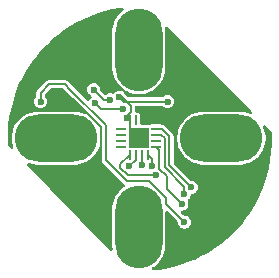
<source format=gbr>
%TF.GenerationSoftware,KiCad,Pcbnew,8.0.7*%
%TF.CreationDate,2025-03-05T23:48:33-06:00*%
%TF.ProjectId,MagEncoder,4d616745-6e63-46f6-9465-722e6b696361,rev?*%
%TF.SameCoordinates,Original*%
%TF.FileFunction,Copper,L1,Top*%
%TF.FilePolarity,Positive*%
%FSLAX46Y46*%
G04 Gerber Fmt 4.6, Leading zero omitted, Abs format (unit mm)*
G04 Created by KiCad (PCBNEW 8.0.7) date 2025-03-05 23:48:33*
%MOMM*%
%LPD*%
G01*
G04 APERTURE LIST*
G04 Aperture macros list*
%AMRoundRect*
0 Rectangle with rounded corners*
0 $1 Rounding radius*
0 $2 $3 $4 $5 $6 $7 $8 $9 X,Y pos of 4 corners*
0 Add a 4 corners polygon primitive as box body*
4,1,4,$2,$3,$4,$5,$6,$7,$8,$9,$2,$3,0*
0 Add four circle primitives for the rounded corners*
1,1,$1+$1,$2,$3*
1,1,$1+$1,$4,$5*
1,1,$1+$1,$6,$7*
1,1,$1+$1,$8,$9*
0 Add four rect primitives between the rounded corners*
20,1,$1+$1,$2,$3,$4,$5,0*
20,1,$1+$1,$4,$5,$6,$7,0*
20,1,$1+$1,$6,$7,$8,$9,0*
20,1,$1+$1,$8,$9,$2,$3,0*%
G04 Aperture macros list end*
%TA.AperFunction,ComponentPad*%
%ADD10O,7.000000X4.000000*%
%TD*%
%TA.AperFunction,ComponentPad*%
%ADD11O,4.000000X7.000000*%
%TD*%
%TA.AperFunction,SMDPad,CuDef*%
%ADD12RoundRect,0.062500X-0.350000X-0.062500X0.350000X-0.062500X0.350000X0.062500X-0.350000X0.062500X0*%
%TD*%
%TA.AperFunction,SMDPad,CuDef*%
%ADD13RoundRect,0.062500X-0.062500X-0.350000X0.062500X-0.350000X0.062500X0.350000X-0.062500X0.350000X0*%
%TD*%
%TA.AperFunction,HeatsinkPad*%
%ADD14R,1.700000X1.700000*%
%TD*%
%TA.AperFunction,ViaPad*%
%ADD15C,0.600000*%
%TD*%
%TA.AperFunction,Conductor*%
%ADD16C,0.200000*%
%TD*%
G04 APERTURE END LIST*
D10*
%TO.P,REF\u002A\u002A,1*%
%TO.N,N/C*%
X153308345Y-96105687D03*
D11*
X146308345Y-88605687D03*
X146308345Y-103605687D03*
D10*
X139308345Y-96105687D03*
%TD*%
D12*
%TO.P,U1,1,NC*%
%TO.N,unconnected-(U1-NC-Pad1)*%
X144845845Y-95305687D03*
%TO.P,U1,2,NC*%
%TO.N,unconnected-(U1-NC-Pad2)*%
X144845845Y-95805687D03*
%TO.P,U1,3,NC*%
%TO.N,unconnected-(U1-NC-Pad3)*%
X144845845Y-96305687D03*
%TO.P,U1,4,NC*%
%TO.N,unconnected-(U1-NC-Pad4)*%
X144845845Y-96805687D03*
D13*
%TO.P,U1,5,PUSH*%
%TO.N,Net-(J2-Pin_1)*%
X145558345Y-97518187D03*
%TO.P,U1,6,A*%
%TO.N,/SDA{slash}DO*%
X146058345Y-97518187D03*
%TO.P,U1,7,B*%
%TO.N,/SCL{slash}CLK*%
X146558345Y-97518187D03*
%TO.P,U1,8,Z*%
%TO.N,/VDD{slash}CSN*%
X147058345Y-97518187D03*
D12*
%TO.P,U1,9,W*%
%TO.N,Net-(J2-Pin_4)*%
X147770845Y-96805687D03*
%TO.P,U1,10,NC*%
%TO.N,unconnected-(U1-NC-Pad10)*%
X147770845Y-96305687D03*
%TO.P,U1,11,U*%
%TO.N,Net-(J2-Pin_3)*%
X147770845Y-95805687D03*
%TO.P,U1,12,V*%
%TO.N,Net-(J2-Pin_2)*%
X147770845Y-95305687D03*
D13*
%TO.P,U1,13,VDD*%
%TO.N,+5V*%
X147058345Y-94593187D03*
%TO.P,U1,14,MODE*%
X146558345Y-94593187D03*
%TO.P,U1,15,OUT*%
%TO.N,unconnected-(U1-OUT-Pad15)*%
X146058345Y-94593187D03*
%TO.P,U1,16,GND*%
%TO.N,GND*%
X145558345Y-94593187D03*
D14*
%TO.P,U1,17,GND*%
X146308345Y-96055687D03*
%TD*%
D15*
%TO.N,+5V*%
X139500000Y-92750000D03*
%TO.N,GND*%
X138000000Y-93000000D03*
X150174086Y-103209619D03*
X144665197Y-92634469D03*
X148750000Y-93000000D03*
%TO.N,Net-(J2-Pin_2)*%
X150750000Y-100250000D03*
%TO.N,Net-(J2-Pin_3)*%
X150148957Y-100851043D03*
%TO.N,Net-(J2-Pin_4)*%
X149958798Y-101679502D03*
%TO.N,/VDD{slash}CSN*%
X142595137Y-93154863D03*
X144990857Y-93648777D03*
%TO.N,/SCL{slash}CLK*%
X142500000Y-92000000D03*
X143894142Y-92849660D03*
%TO.N,Net-(J2-Pin_1)*%
X147751975Y-99231877D03*
%TO.N,GND*%
X145321768Y-94431721D03*
%TO.N,/VDD{slash}CSN*%
X147393729Y-98438143D03*
%TO.N,/SDA{slash}DO*%
X145462615Y-98479391D03*
%TO.N,/SCL{slash}CLK*%
X146545949Y-98376709D03*
%TO.N,+5V*%
X140604765Y-100395235D03*
X142104765Y-101895235D03*
X147000000Y-94250000D03*
%TO.N,GND*%
X146308345Y-96055687D03*
%TO.N,+5V*%
X149750000Y-91500000D03*
%TD*%
D16*
%TO.N,GND*%
X144895788Y-92634469D02*
X145640857Y-93379538D01*
%TO.N,+5V*%
X144449967Y-91500000D02*
X144000000Y-91500000D01*
%TO.N,GND*%
X145640857Y-93379538D02*
X145640857Y-93918016D01*
X145640857Y-93918016D02*
X145321768Y-94237105D01*
%TO.N,/VDD{slash}CSN*%
X143089051Y-93648777D02*
X144990857Y-93648777D01*
%TO.N,+5V*%
X145355654Y-92405687D02*
X144449967Y-91500000D01*
%TO.N,GND*%
X144665197Y-92634469D02*
X144895788Y-92634469D01*
%TO.N,/VDD{slash}CSN*%
X142595137Y-93154863D02*
X143089051Y-93648777D01*
%TO.N,GND*%
X145321768Y-94237105D02*
X145321768Y-94431721D01*
%TO.N,+5V*%
X147261036Y-92405687D02*
X145355654Y-92405687D01*
%TO.N,GND*%
X148750000Y-93000000D02*
X145030728Y-93000000D01*
X145030728Y-93000000D02*
X144665197Y-92634469D01*
%TO.N,+5V*%
X148166723Y-91500000D02*
X147261036Y-92405687D01*
X149750000Y-91500000D02*
X148166723Y-91500000D01*
%TO.N,GND*%
X150174086Y-103209619D02*
X148608345Y-101643878D01*
X148608345Y-101643878D02*
X148608345Y-101152996D01*
X148608345Y-101152996D02*
X147205349Y-99750000D01*
X147205349Y-99750000D02*
X145319009Y-99750000D01*
X145319009Y-99750000D02*
X143508345Y-97939336D01*
X143508345Y-97939336D02*
X143508345Y-94987310D01*
X143508345Y-94987310D02*
X140510518Y-91989482D01*
X140510518Y-91989482D02*
X140021036Y-91500000D01*
X140021036Y-91500000D02*
X138750000Y-91500000D01*
X138750000Y-91500000D02*
X138000000Y-92250000D01*
X138000000Y-92250000D02*
X138000000Y-93000000D01*
%TO.N,+5V*%
X143108345Y-95152996D02*
X140705349Y-92750000D01*
X140604765Y-100395235D02*
X143108345Y-97891655D01*
%TO.N,/SCL{slash}CLK*%
X143349660Y-92849660D02*
X143894142Y-92849660D01*
X142500000Y-92000000D02*
X143349660Y-92849660D01*
%TO.N,+5V*%
X143108345Y-97891655D02*
X143108345Y-95152996D01*
X140705349Y-92750000D02*
X139500000Y-92750000D01*
%TO.N,Net-(J2-Pin_1)*%
X144750000Y-98615305D02*
X144750000Y-98326532D01*
X147751975Y-99231877D02*
X145366572Y-99231877D01*
X145366572Y-99231877D02*
X144750000Y-98615305D01*
X144750000Y-98326532D02*
X145558345Y-97518187D01*
%TO.N,Net-(J2-Pin_4)*%
X148043729Y-97078571D02*
X148043729Y-98675101D01*
%TO.N,/VDD{slash}CSN*%
X147393729Y-97853571D02*
X147393729Y-98438143D01*
X147058345Y-97518187D02*
X147393729Y-97853571D01*
%TO.N,Net-(J2-Pin_4)*%
X147770845Y-96805687D02*
X148043729Y-97078571D01*
%TO.N,/SCL{slash}CLK*%
X146558345Y-98364313D02*
X146545949Y-98376709D01*
%TO.N,Net-(J2-Pin_4)*%
X148700001Y-100420705D02*
X149958798Y-101679502D01*
X148043729Y-98675101D02*
X148700001Y-99331373D01*
X148700001Y-99331373D02*
X148700001Y-100420705D01*
%TO.N,/SCL{slash}CLK*%
X146558345Y-97518187D02*
X146558345Y-98364313D01*
%TO.N,Net-(J2-Pin_2)*%
X147770845Y-95305687D02*
X148263417Y-95305687D01*
X148263417Y-95305687D02*
X148900000Y-95942270D01*
X148900000Y-95942270D02*
X148900000Y-98400000D01*
X148900000Y-98400000D02*
X150750000Y-100250000D01*
%TO.N,Net-(J2-Pin_3)*%
X148500000Y-96107956D02*
X148500000Y-98565686D01*
X148500000Y-98565686D02*
X150148957Y-100214643D01*
X150148957Y-100214643D02*
X150148957Y-100851043D01*
X147770845Y-95805687D02*
X148197731Y-95805687D01*
X148197731Y-95805687D02*
X148500000Y-96107956D01*
%TO.N,/SDA{slash}DO*%
X146058345Y-97518187D02*
X146058345Y-97945073D01*
X146058345Y-97945073D02*
X145524027Y-98479391D01*
X145524027Y-98479391D02*
X145462615Y-98479391D01*
%TO.N,GND*%
X146308345Y-96055687D02*
X145558345Y-95305687D01*
X145558345Y-95305687D02*
X145558345Y-94593187D01*
%TO.N,+5V*%
X147000000Y-94250000D02*
X147000000Y-94534842D01*
X147000000Y-94534842D02*
X147058345Y-94593187D01*
X147000000Y-94250000D02*
X146901532Y-94250000D01*
X146901532Y-94250000D02*
X146558345Y-94593187D01*
%TD*%
%TA.AperFunction,Conductor*%
%TO.N,+5V*%
G36*
X148725675Y-86653266D02*
G01*
X148745376Y-86669391D01*
X155884720Y-93857570D01*
X155917995Y-93919007D01*
X155912773Y-93988681D01*
X155870712Y-94044472D01*
X155805164Y-94068665D01*
X155749288Y-94059513D01*
X155533312Y-93970053D01*
X155533300Y-93970049D01*
X155533297Y-93970048D01*
X155248338Y-93893694D01*
X155199458Y-93887258D01*
X154955858Y-93855187D01*
X154955851Y-93855187D01*
X151660839Y-93855187D01*
X151660831Y-93855187D01*
X151382430Y-93891840D01*
X151368352Y-93893694D01*
X151232154Y-93930188D01*
X151083393Y-93970048D01*
X151083383Y-93970051D01*
X150810844Y-94082941D01*
X150810834Y-94082945D01*
X150555351Y-94230448D01*
X150321304Y-94410039D01*
X150321297Y-94410045D01*
X150112703Y-94618639D01*
X150112697Y-94618646D01*
X149933106Y-94852693D01*
X149785603Y-95108176D01*
X149785599Y-95108186D01*
X149672709Y-95380725D01*
X149672706Y-95380735D01*
X149620191Y-95576727D01*
X149596353Y-95665691D01*
X149596351Y-95665702D01*
X149557845Y-95958173D01*
X149557845Y-96253200D01*
X149559248Y-96263853D01*
X149596352Y-96545680D01*
X149653462Y-96758819D01*
X149672706Y-96830638D01*
X149672709Y-96830648D01*
X149785599Y-97103187D01*
X149785603Y-97103197D01*
X149933106Y-97358680D01*
X150112697Y-97592727D01*
X150112703Y-97592734D01*
X150321297Y-97801328D01*
X150321304Y-97801334D01*
X150555351Y-97980925D01*
X150810834Y-98128428D01*
X150810835Y-98128428D01*
X150810838Y-98128430D01*
X150991967Y-98203456D01*
X151055600Y-98229814D01*
X151083393Y-98241326D01*
X151368352Y-98317680D01*
X151660839Y-98356187D01*
X151660846Y-98356187D01*
X154955844Y-98356187D01*
X154955851Y-98356187D01*
X155248338Y-98317680D01*
X155533297Y-98241326D01*
X155805852Y-98128430D01*
X156061339Y-97980925D01*
X156295387Y-97801333D01*
X156503991Y-97592729D01*
X156683583Y-97358681D01*
X156831088Y-97103194D01*
X156943984Y-96830639D01*
X157020338Y-96545680D01*
X157058845Y-96253193D01*
X157058845Y-95958181D01*
X157020338Y-95665694D01*
X156943984Y-95380735D01*
X156943980Y-95380725D01*
X156860216Y-95178500D01*
X156852747Y-95109030D01*
X156884022Y-95046551D01*
X156944111Y-95010899D01*
X157013936Y-95013393D01*
X157062755Y-95043664D01*
X157220704Y-95202693D01*
X157512412Y-95496397D01*
X157545687Y-95557834D01*
X157548231Y-95576727D01*
X157572363Y-96000384D01*
X157572564Y-96007701D01*
X157571189Y-96650763D01*
X157570957Y-96658079D01*
X157531645Y-97299920D01*
X157530982Y-97307209D01*
X157453869Y-97945618D01*
X157452777Y-97952855D01*
X157338136Y-98585580D01*
X157336620Y-98592741D01*
X157184837Y-99217643D01*
X157182900Y-99224701D01*
X156994520Y-99839533D01*
X156992170Y-99846465D01*
X156767841Y-100449118D01*
X156765086Y-100455899D01*
X156505597Y-101044251D01*
X156502448Y-101050857D01*
X156208686Y-101622900D01*
X156205151Y-101629310D01*
X155878159Y-102183008D01*
X155874253Y-102189197D01*
X155515162Y-102722639D01*
X155510897Y-102728588D01*
X155120954Y-103239918D01*
X155116346Y-103245604D01*
X154696917Y-103733034D01*
X154691981Y-103738439D01*
X154244530Y-104200266D01*
X154239285Y-104205370D01*
X153765354Y-104640004D01*
X153759816Y-104644790D01*
X153261059Y-105050712D01*
X153255248Y-105055162D01*
X152733433Y-105430932D01*
X152727370Y-105435032D01*
X152184277Y-105779371D01*
X152177982Y-105783106D01*
X151615547Y-106094788D01*
X151609044Y-106098146D01*
X151029149Y-106376125D01*
X151022458Y-106379092D01*
X150427218Y-106622354D01*
X150420364Y-106624922D01*
X149811786Y-106832648D01*
X149804792Y-106834807D01*
X149185031Y-107006262D01*
X149177923Y-107008005D01*
X148549112Y-107142598D01*
X148541912Y-107143918D01*
X147906263Y-107241175D01*
X147898998Y-107242068D01*
X147521522Y-107277195D01*
X147452948Y-107263806D01*
X147402497Y-107215469D01*
X147386188Y-107147529D01*
X147409199Y-107081558D01*
X147448029Y-107046344D01*
X147561339Y-106980925D01*
X147795387Y-106801333D01*
X148003991Y-106592729D01*
X148183583Y-106358681D01*
X148331088Y-106103194D01*
X148443984Y-105830639D01*
X148520338Y-105545680D01*
X148558845Y-105253193D01*
X148558845Y-102389422D01*
X148578530Y-102322383D01*
X148631334Y-102276628D01*
X148700492Y-102266684D01*
X148764048Y-102295709D01*
X148770526Y-102301741D01*
X149582526Y-103113741D01*
X149616011Y-103175064D01*
X149617153Y-103201492D01*
X149618836Y-103201492D01*
X149618836Y-103209619D01*
X149637756Y-103353327D01*
X149637757Y-103353331D01*
X149693223Y-103487241D01*
X149693224Y-103487243D01*
X149693225Y-103487244D01*
X149781465Y-103602240D01*
X149896461Y-103690480D01*
X150030377Y-103745949D01*
X150157366Y-103762667D01*
X150174085Y-103764869D01*
X150174086Y-103764869D01*
X150174087Y-103764869D01*
X150189063Y-103762897D01*
X150317795Y-103745949D01*
X150451711Y-103690480D01*
X150566707Y-103602240D01*
X150654947Y-103487244D01*
X150710416Y-103353328D01*
X150729336Y-103209619D01*
X150710416Y-103065910D01*
X150654947Y-102931994D01*
X150566707Y-102816998D01*
X150451711Y-102728758D01*
X150451710Y-102728757D01*
X150451708Y-102728756D01*
X150317798Y-102673290D01*
X150317796Y-102673289D01*
X150317795Y-102673289D01*
X150226724Y-102661299D01*
X150174087Y-102654369D01*
X150165959Y-102654369D01*
X150165959Y-102650862D01*
X150112699Y-102642391D01*
X150078208Y-102618059D01*
X149903401Y-102443252D01*
X149869916Y-102381929D01*
X149874900Y-102312237D01*
X149916772Y-102256304D01*
X149974895Y-102232632D01*
X150102507Y-102215832D01*
X150236423Y-102160363D01*
X150351419Y-102072123D01*
X150439659Y-101957127D01*
X150495128Y-101823211D01*
X150514048Y-101679502D01*
X150495128Y-101535793D01*
X150450923Y-101429070D01*
X150443454Y-101359600D01*
X150474730Y-101297121D01*
X150489991Y-101283247D01*
X150541578Y-101243664D01*
X150629818Y-101128668D01*
X150685287Y-100994752D01*
X150697115Y-100904909D01*
X150725380Y-100841015D01*
X150783704Y-100802543D01*
X150803858Y-100798159D01*
X150893709Y-100786330D01*
X151027625Y-100730861D01*
X151142621Y-100642621D01*
X151230861Y-100527625D01*
X151286330Y-100393709D01*
X151305250Y-100250000D01*
X151286330Y-100106291D01*
X151230861Y-99972375D01*
X151142621Y-99857379D01*
X151027625Y-99769139D01*
X151027624Y-99769138D01*
X151027622Y-99769137D01*
X150893712Y-99713671D01*
X150893710Y-99713670D01*
X150893709Y-99713670D01*
X150802638Y-99701680D01*
X150750001Y-99694750D01*
X150741873Y-99694750D01*
X150741873Y-99691243D01*
X150688613Y-99682772D01*
X150654122Y-99658440D01*
X149286819Y-98291137D01*
X149253334Y-98229814D01*
X149250500Y-98203456D01*
X149250500Y-95896128D01*
X149250500Y-95896126D01*
X149226614Y-95806982D01*
X149226611Y-95806976D01*
X149180473Y-95727064D01*
X149180470Y-95727061D01*
X149180469Y-95727058D01*
X149115212Y-95661801D01*
X148478629Y-95025217D01*
X148478628Y-95025216D01*
X148478625Y-95025214D01*
X148398707Y-94979074D01*
X148398706Y-94979073D01*
X148398705Y-94979073D01*
X148309561Y-94955187D01*
X148309560Y-94955187D01*
X148271338Y-94955187D01*
X148218933Y-94943569D01*
X148217449Y-94942877D01*
X148203105Y-94936188D01*
X148203103Y-94936187D01*
X148157533Y-94930188D01*
X148157530Y-94930187D01*
X148157524Y-94930187D01*
X148157517Y-94930187D01*
X147384164Y-94930187D01*
X147338587Y-94936187D01*
X147338583Y-94936188D01*
X147300289Y-94954044D01*
X147231211Y-94964533D01*
X147223698Y-94963278D01*
X147183019Y-94955187D01*
X146557845Y-94955187D01*
X146490806Y-94935502D01*
X146445051Y-94882698D01*
X146433845Y-94831187D01*
X146433844Y-94206506D01*
X146430844Y-94183718D01*
X146427844Y-94160927D01*
X146381195Y-94060888D01*
X146303144Y-93982837D01*
X146203105Y-93936188D01*
X146203103Y-93936187D01*
X146157533Y-93930188D01*
X146157530Y-93930187D01*
X146157524Y-93930187D01*
X146157517Y-93930187D01*
X146115357Y-93930187D01*
X146048318Y-93910502D01*
X146002563Y-93857698D01*
X145991357Y-93806187D01*
X145991357Y-93474500D01*
X146011042Y-93407461D01*
X146063846Y-93361706D01*
X146115357Y-93350500D01*
X148263908Y-93350500D01*
X148330947Y-93370185D01*
X148350412Y-93388086D01*
X148351628Y-93386871D01*
X148357372Y-93392615D01*
X148357377Y-93392619D01*
X148357379Y-93392621D01*
X148472375Y-93480861D01*
X148606291Y-93536330D01*
X148733280Y-93553048D01*
X148749999Y-93555250D01*
X148750000Y-93555250D01*
X148750001Y-93555250D01*
X148764977Y-93553278D01*
X148893709Y-93536330D01*
X149027625Y-93480861D01*
X149142621Y-93392621D01*
X149230861Y-93277625D01*
X149286330Y-93143709D01*
X149305250Y-93000000D01*
X149286330Y-92856291D01*
X149230861Y-92722375D01*
X149142621Y-92607379D01*
X149027625Y-92519139D01*
X149027624Y-92519138D01*
X149027622Y-92519137D01*
X148893712Y-92463671D01*
X148893710Y-92463670D01*
X148893709Y-92463670D01*
X148763627Y-92446544D01*
X148750001Y-92444750D01*
X148749999Y-92444750D01*
X148606291Y-92463670D01*
X148606287Y-92463671D01*
X148472377Y-92519137D01*
X148357372Y-92607384D01*
X148351628Y-92613129D01*
X148349111Y-92610612D01*
X148305817Y-92642203D01*
X148263908Y-92649500D01*
X145457863Y-92649500D01*
X145390824Y-92629815D01*
X145370182Y-92613181D01*
X145186277Y-92429276D01*
X145159397Y-92389047D01*
X145146058Y-92356843D01*
X145079816Y-92270516D01*
X145054621Y-92205347D01*
X145068659Y-92136902D01*
X145117473Y-92086912D01*
X145185564Y-92071248D01*
X145240190Y-92087641D01*
X145310838Y-92128430D01*
X145583393Y-92241326D01*
X145868352Y-92317680D01*
X146160839Y-92356187D01*
X146160846Y-92356187D01*
X146455844Y-92356187D01*
X146455851Y-92356187D01*
X146748338Y-92317680D01*
X147033297Y-92241326D01*
X147305852Y-92128430D01*
X147561339Y-91980925D01*
X147795387Y-91801333D01*
X148003991Y-91592729D01*
X148183583Y-91358681D01*
X148331088Y-91103194D01*
X148443984Y-90830639D01*
X148520338Y-90545680D01*
X148558845Y-90253193D01*
X148558845Y-86958181D01*
X148557474Y-86947771D01*
X148534460Y-86772962D01*
X148545225Y-86703926D01*
X148591605Y-86651670D01*
X148658874Y-86632785D01*
X148725675Y-86653266D01*
G37*
%TD.AperFunction*%
%TA.AperFunction,Conductor*%
G36*
X143097118Y-96831081D02*
G01*
X143144729Y-96882218D01*
X143157845Y-96937723D01*
X143157845Y-97985481D01*
X143175801Y-98052495D01*
X143181730Y-98074621D01*
X143181732Y-98074626D01*
X143227872Y-98154544D01*
X143227876Y-98154549D01*
X145098577Y-100025250D01*
X145132062Y-100086573D01*
X145127078Y-100156265D01*
X145085206Y-100212198D01*
X145072900Y-100220316D01*
X145055351Y-100230448D01*
X144821304Y-100410039D01*
X144821297Y-100410045D01*
X144612703Y-100618639D01*
X144612697Y-100618646D01*
X144433106Y-100852693D01*
X144285603Y-101108176D01*
X144285599Y-101108186D01*
X144172709Y-101380725D01*
X144172706Y-101380735D01*
X144106757Y-101626864D01*
X144096353Y-101665691D01*
X144096351Y-101665702D01*
X144057845Y-101958173D01*
X144057845Y-105253186D01*
X144057846Y-105253202D01*
X144092748Y-105518306D01*
X144081982Y-105587341D01*
X144035603Y-105639597D01*
X143968334Y-105658482D01*
X143901533Y-105638001D01*
X143880832Y-105620857D01*
X138822893Y-100410039D01*
X136889894Y-98418614D01*
X136857327Y-98356800D01*
X136863348Y-98287191D01*
X136906048Y-98231887D01*
X136971868Y-98208447D01*
X137026325Y-98217688D01*
X137060605Y-98231887D01*
X137083393Y-98241326D01*
X137368352Y-98317680D01*
X137660839Y-98356187D01*
X137660846Y-98356187D01*
X140955844Y-98356187D01*
X140955851Y-98356187D01*
X141248338Y-98317680D01*
X141533297Y-98241326D01*
X141805852Y-98128430D01*
X142061339Y-97980925D01*
X142295387Y-97801333D01*
X142503991Y-97592729D01*
X142683583Y-97358681D01*
X142831088Y-97103194D01*
X142919284Y-96890269D01*
X142963125Y-96835867D01*
X143029419Y-96813802D01*
X143097118Y-96831081D01*
G37*
%TD.AperFunction*%
%TA.AperFunction,Conductor*%
G36*
X144962572Y-85075825D02*
G01*
X145014122Y-85122988D01*
X145031991Y-85190534D01*
X145010505Y-85257018D01*
X144983523Y-85285565D01*
X144821297Y-85410045D01*
X144612703Y-85618639D01*
X144612697Y-85618646D01*
X144433106Y-85852693D01*
X144285603Y-86108176D01*
X144285599Y-86108186D01*
X144172709Y-86380725D01*
X144172706Y-86380735D01*
X144096353Y-86665691D01*
X144096351Y-86665702D01*
X144057845Y-86958173D01*
X144057845Y-90253200D01*
X144089916Y-90496800D01*
X144096352Y-90545680D01*
X144172706Y-90830638D01*
X144172709Y-90830648D01*
X144285599Y-91103187D01*
X144285603Y-91103197D01*
X144433106Y-91358680D01*
X144612697Y-91592727D01*
X144612703Y-91592734D01*
X144821297Y-91801328D01*
X144821301Y-91801331D01*
X144821303Y-91801333D01*
X144926115Y-91881758D01*
X144929146Y-91884084D01*
X144970348Y-91940512D01*
X144974503Y-92010258D01*
X144940290Y-92071179D01*
X144878573Y-92103931D01*
X144817143Y-92098802D01*
X144816757Y-92100243D01*
X144808907Y-92098139D01*
X144808906Y-92098139D01*
X144723630Y-92086912D01*
X144665198Y-92079219D01*
X144665196Y-92079219D01*
X144521488Y-92098139D01*
X144521484Y-92098140D01*
X144387574Y-92153606D01*
X144322088Y-92203856D01*
X144273257Y-92241326D01*
X144272575Y-92241849D01*
X144232265Y-92294382D01*
X144175837Y-92335584D01*
X144106091Y-92339738D01*
X144086438Y-92333455D01*
X144037854Y-92313331D01*
X144037852Y-92313330D01*
X144037851Y-92313330D01*
X143965996Y-92303870D01*
X143894143Y-92294410D01*
X143894141Y-92294410D01*
X143750433Y-92313330D01*
X143750429Y-92313331D01*
X143616518Y-92368798D01*
X143616516Y-92368799D01*
X143560181Y-92412027D01*
X143495012Y-92437221D01*
X143426567Y-92423183D01*
X143397014Y-92401332D01*
X143091560Y-92095878D01*
X143058075Y-92034555D01*
X143056983Y-92008129D01*
X143055250Y-92008129D01*
X143055250Y-92000000D01*
X143055250Y-91999999D01*
X143036330Y-91856291D01*
X142980861Y-91722375D01*
X142892621Y-91607379D01*
X142777625Y-91519139D01*
X142777624Y-91519138D01*
X142777622Y-91519137D01*
X142643712Y-91463671D01*
X142643710Y-91463670D01*
X142643709Y-91463670D01*
X142571854Y-91454210D01*
X142500001Y-91444750D01*
X142499999Y-91444750D01*
X142356291Y-91463670D01*
X142356287Y-91463671D01*
X142222377Y-91519137D01*
X142107379Y-91607379D01*
X142019137Y-91722377D01*
X141963671Y-91856287D01*
X141963670Y-91856291D01*
X141959875Y-91885120D01*
X141944750Y-92000000D01*
X141961658Y-92128430D01*
X141963670Y-92143708D01*
X141963671Y-92143712D01*
X142019137Y-92277622D01*
X142019138Y-92277624D01*
X142019139Y-92277625D01*
X142107379Y-92392621D01*
X142222375Y-92480861D01*
X142222376Y-92480861D01*
X142222377Y-92480862D01*
X142249199Y-92491972D01*
X142303603Y-92535813D01*
X142325668Y-92602107D01*
X142308389Y-92669806D01*
X142277234Y-92704908D01*
X142202518Y-92762240D01*
X142202517Y-92762241D01*
X142202516Y-92762242D01*
X142114276Y-92877238D01*
X142114275Y-92877240D01*
X142109329Y-92883686D01*
X142108254Y-92882861D01*
X142063852Y-92925188D01*
X141995243Y-92938403D01*
X141930382Y-92912427D01*
X141919364Y-92902647D01*
X141389951Y-92373234D01*
X140725730Y-91709012D01*
X140236248Y-91219530D01*
X140236247Y-91219529D01*
X140236244Y-91219527D01*
X140156326Y-91173387D01*
X140156325Y-91173386D01*
X140156324Y-91173386D01*
X140067180Y-91149500D01*
X138703856Y-91149500D01*
X138614712Y-91173386D01*
X138614709Y-91173387D01*
X138534791Y-91219527D01*
X138534786Y-91219531D01*
X137719531Y-92034786D01*
X137719527Y-92034791D01*
X137673387Y-92114709D01*
X137673386Y-92114712D01*
X137649500Y-92203856D01*
X137649500Y-92513908D01*
X137629815Y-92580947D01*
X137611913Y-92600412D01*
X137613129Y-92601628D01*
X137607384Y-92607372D01*
X137519137Y-92722377D01*
X137463671Y-92856287D01*
X137463670Y-92856291D01*
X137452860Y-92938403D01*
X137444750Y-93000000D01*
X137462925Y-93138054D01*
X137463670Y-93143708D01*
X137463671Y-93143712D01*
X137519137Y-93277622D01*
X137519138Y-93277624D01*
X137519139Y-93277625D01*
X137607379Y-93392621D01*
X137722375Y-93480861D01*
X137856291Y-93536330D01*
X137983280Y-93553048D01*
X137999999Y-93555250D01*
X138000000Y-93555250D01*
X138000001Y-93555250D01*
X138014977Y-93553278D01*
X138143709Y-93536330D01*
X138277625Y-93480861D01*
X138392621Y-93392621D01*
X138480861Y-93277625D01*
X138536330Y-93143709D01*
X138555250Y-93000000D01*
X138536330Y-92856291D01*
X138480861Y-92722375D01*
X138392621Y-92607379D01*
X138392619Y-92607377D01*
X138392615Y-92607372D01*
X138386871Y-92601628D01*
X138389387Y-92599111D01*
X138357797Y-92555817D01*
X138350500Y-92513908D01*
X138350500Y-92446544D01*
X138370185Y-92379505D01*
X138386819Y-92358863D01*
X138858863Y-91886819D01*
X138920186Y-91853334D01*
X138946544Y-91850500D01*
X139824492Y-91850500D01*
X139891531Y-91870185D01*
X139912173Y-91886819D01*
X141881356Y-93856002D01*
X141914841Y-93917325D01*
X141909857Y-93987017D01*
X141867985Y-94042950D01*
X141802521Y-94067367D01*
X141746222Y-94058244D01*
X141533306Y-93970051D01*
X141533299Y-93970049D01*
X141533297Y-93970048D01*
X141248338Y-93893694D01*
X141199458Y-93887258D01*
X140955858Y-93855187D01*
X140955851Y-93855187D01*
X137660839Y-93855187D01*
X137660831Y-93855187D01*
X137382430Y-93891840D01*
X137368352Y-93893694D01*
X137232154Y-93930188D01*
X137083393Y-93970048D01*
X137083383Y-93970051D01*
X136810844Y-94082941D01*
X136810834Y-94082945D01*
X136555351Y-94230448D01*
X136321304Y-94410039D01*
X136321297Y-94410045D01*
X136112703Y-94618639D01*
X136112697Y-94618646D01*
X135933106Y-94852693D01*
X135785603Y-95108176D01*
X135785599Y-95108186D01*
X135672709Y-95380725D01*
X135672706Y-95380735D01*
X135620191Y-95576727D01*
X135596353Y-95665691D01*
X135596351Y-95665702D01*
X135557845Y-95958173D01*
X135557845Y-96253200D01*
X135559248Y-96263853D01*
X135596352Y-96545680D01*
X135639447Y-96706514D01*
X135672882Y-96831296D01*
X135671219Y-96901146D01*
X135632056Y-96959008D01*
X135567828Y-96986512D01*
X135498925Y-96974925D01*
X135464130Y-96949755D01*
X135278796Y-96758819D01*
X135246228Y-96697004D01*
X135243912Y-96678322D01*
X135242953Y-96658079D01*
X135224273Y-96263839D01*
X135224142Y-96256690D01*
X135230750Y-95623403D01*
X135231030Y-95616280D01*
X135274202Y-94984388D01*
X135274897Y-94977269D01*
X135275853Y-94969721D01*
X135354485Y-94348947D01*
X135355579Y-94341941D01*
X135471325Y-93719235D01*
X135472835Y-93712245D01*
X135624339Y-93097304D01*
X135626250Y-93090413D01*
X135813024Y-92485213D01*
X135815312Y-92478496D01*
X136036721Y-91885103D01*
X136039405Y-91878499D01*
X136294716Y-91298875D01*
X136297773Y-91292444D01*
X136586122Y-90728546D01*
X136589563Y-90722273D01*
X136693142Y-90545682D01*
X136909999Y-90175964D01*
X136913779Y-90169926D01*
X137265237Y-89643023D01*
X137269340Y-89637240D01*
X137650651Y-89131498D01*
X137655095Y-89125945D01*
X138064957Y-88643090D01*
X138069732Y-88637782D01*
X138506793Y-88179403D01*
X138511877Y-88174372D01*
X138751087Y-87950890D01*
X138974655Y-87742021D01*
X138980011Y-87737298D01*
X139467033Y-87332354D01*
X139472615Y-87327980D01*
X139982200Y-86951845D01*
X139988050Y-86947783D01*
X140518483Y-86601717D01*
X140524572Y-86597990D01*
X141074132Y-86283119D01*
X141080418Y-86279756D01*
X141647222Y-85997159D01*
X141653669Y-85994174D01*
X142235881Y-85744766D01*
X142242507Y-85742152D01*
X142838114Y-85526796D01*
X142844872Y-85524570D01*
X143451959Y-85343959D01*
X143458841Y-85342127D01*
X144075291Y-85196889D01*
X144082296Y-85195451D01*
X144706137Y-85086048D01*
X144713173Y-85085023D01*
X144893707Y-85064020D01*
X144962572Y-85075825D01*
G37*
%TD.AperFunction*%
%TD*%
M02*

</source>
